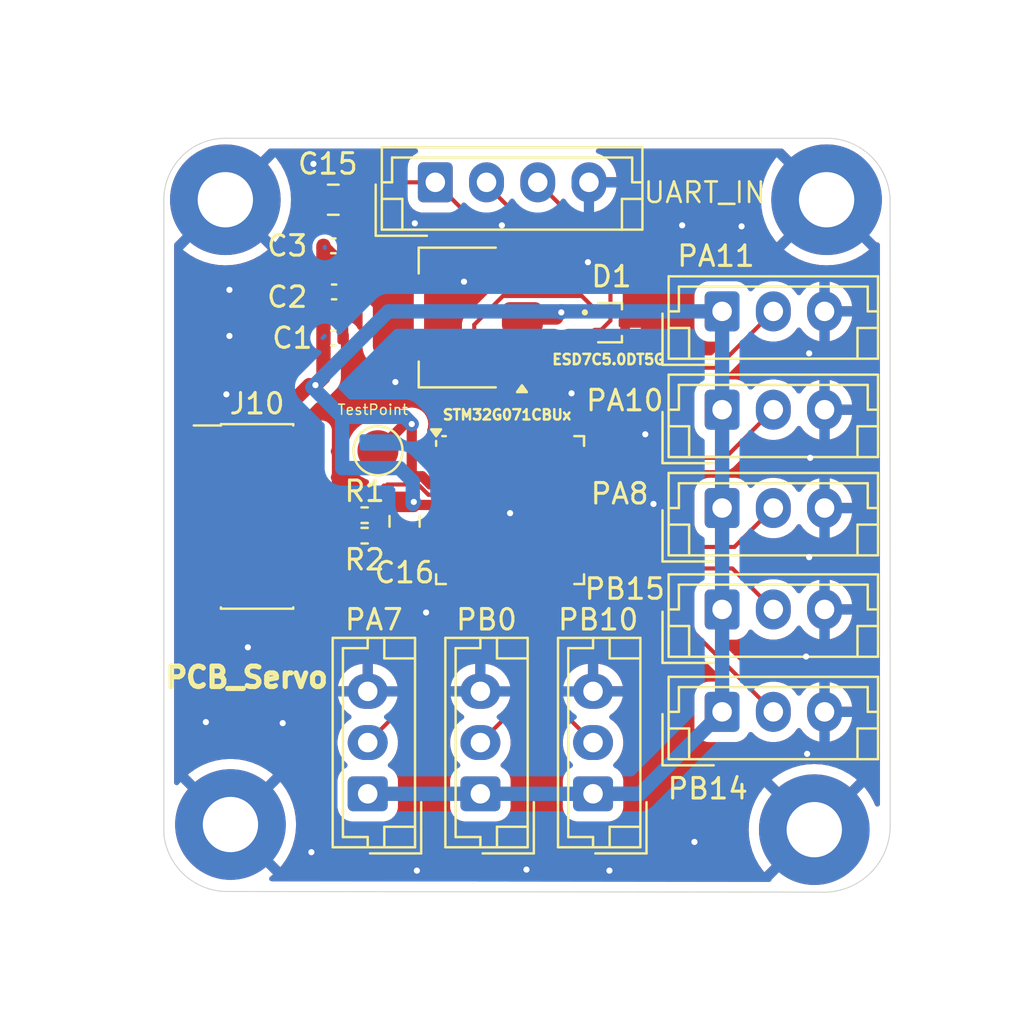
<source format=kicad_pcb>
(kicad_pcb (version 20240108) (generator "pcbnew") (generator_version "8.0")
  (layers (0 "F.Cu" signal) (31 "B.Cu" signal) (34 "B.Paste" user) (35 "F.Paste" user) (36 "B.SilkS" user "B.Silkscreen") (37 "F.SilkS" user "F.Silkscreen") (38 "B.Mask" user) (39 "F.Mask" user) (44 "Edge.Cuts" user))
  (net 0 "")
  (net 1 "GND")
  (net 2 "+3.3V")
  (net 3 "/RX")
  (net 4 "/TX")
  (net 5 "/PWM1")
  (net 6 "/PWM2")
  (net 7 "/PWM3")
  (net 8 "/PWM4")
  (net 9 "/PWM5")
  (net 10 "/PWM6")
  (net 11 "/PWM7")
  (net 12 "/PWM8")
  (net 13 "VBUS")
  (net 17 "/NRST")
  (net 21 "/SWCLK")
  (net 22 "/SWDIO")
  (net 23 "Net-(U1-VREF+)")
  (footprint "TestPoint:TestPoint_Pad_D2.0mm" (layer "F.Cu") (at 138.45 72)
    (property "Reference" "TP2" (hide yes))
    (property "Value" "TestPoint" (at -0.25 -2 0) (layer "F.SilkS") (effects (font (size 0.5 0.5) (thickness 0.07))))
    (fp_circle (center 0 0) (end 0 1.2) (stroke (width 0.12)) (fill none) (layer "F.SilkS"))
    (pad "1" smd circle (at 0 0) (size 2 2) (layers "F.Cu" "F.Mask") (net 2 "+3.3V"))
  )
  (footprint "MountingHole:MountingHole_2.7mm_M2.5_Pad" (layer "F.Cu") (at 131.25 90.25)
    (property "Reference" "H3" (hide yes))
    (property "Value" "MountingHole_Pad" (hide yes))
    (pad "1" thru_hole circle (at 0 0) (size 5.4 5.4) (drill 2.7) (layers "*.Cu" "*.Mask") (net 1 "GND"))
  )
  (footprint "Resistor_SMD:R_0402_1005Metric" (layer "F.Cu") (at 137.8 75.15)
    (property "Reference" "R1" (at 0 -1.17 0) (layer "F.SilkS"))
    (property "Value" "10k" (hide yes))
    (fp_line (start -0.153641 -0.38) (end 0.153641 -0.38) (stroke (width 0.12)) (layer "F.SilkS"))
    (fp_line (start -0.153641 0.38) (end 0.153641 0.38) (stroke (width 0.12)) (layer "F.SilkS"))
    (pad "1" smd roundrect (at -0.51 0) (size 0.54 0.64) (layers "F.Cu" "F.Paste" "F.Mask") (net 23 "Net-(U1-VREF+)"))
    (pad "2" smd roundrect (at 0.51 0) (size 0.54 0.64) (layers "F.Cu" "F.Paste" "F.Mask") (net 2 "+3.3V"))
  )
  (footprint "Connector_PinHeader_1.27mm:PinHeader_2x07_P1.27mm_Vertical_SMD" (layer "F.Cu") (at 132.55 75.21)
    (property "Reference" "J10" (at 0 -5.505 0) (layer "F.SilkS"))
    (property "Value" "Conn_ST_STDC14")
    (fp_line (start -3.09 -4.44) (end -1.765 -4.44) (stroke (width 0.12)) (layer "F.SilkS"))
    (fp_line (start -1.765 -4.505) (end -1.765 -4.44) (stroke (width 0.12)) (layer "F.SilkS"))
    (fp_line (start -1.765 -4.505) (end 1.765 -4.505) (stroke (width 0.12)) (layer "F.SilkS"))
    (fp_line (start -1.765 4.44) (end -1.765 4.505) (stroke (width 0.12)) (layer "F.SilkS"))
    (fp_line (start -1.765 4.505) (end 1.765 4.505) (stroke (width 0.12)) (layer "F.SilkS"))
    (fp_line (start 1.765 -4.505) (end 1.765 -4.44) (stroke (width 0.12)) (layer "F.SilkS"))
    (fp_line (start 1.765 4.44) (end 1.765 4.505) (stroke (width 0.12)) (layer "F.SilkS"))
    (pad "1" smd rect (at -1.95 -3.81) (size 2.4 0.74) (layers "F.Cu" "F.Paste" "F.Mask"))
    (pad "2" smd rect (at 1.95 -3.81) (size 2.4 0.74) (layers "F.Cu" "F.Paste" "F.Mask"))
    (pad "3" smd rect (at -1.95 -2.54) (size 2.4 0.74) (layers "F.Cu" "F.Paste" "F.Mask") (net 2 "+3.3V"))
    (pad "4" smd rect (at 1.95 -2.54) (size 2.4 0.74) (layers "F.Cu" "F.Paste" "F.Mask") (net 22 "/SWDIO"))
    (pad "5" smd rect (at -1.95 -1.27) (size 2.4 0.74) (layers "F.Cu" "F.Paste" "F.Mask") (net 1 "GND"))
    (pad "6" smd rect (at 1.95 -1.27) (size 2.4 0.74) (layers "F.Cu" "F.Paste" "F.Mask") (net 21 "/SWCLK"))
    (pad "7" smd rect (at -1.95 0) (size 2.4 0.74) (layers "F.Cu" "F.Paste" "F.Mask") (net 1 "GND"))
    (pad "8" smd rect (at 1.95 0) (size 2.4 0.74) (layers "F.Cu" "F.Paste" "F.Mask"))
    (pad "9" smd rect (at -1.95 1.27) (size 2.4 0.74) (layers "F.Cu" "F.Paste" "F.Mask"))
    (pad "10" smd rect (at 1.95 1.27) (size 2.4 0.74) (layers "F.Cu" "F.Paste" "F.Mask"))
    (pad "11" smd rect (at -1.95 2.54) (size 2.4 0.74) (layers "F.Cu" "F.Paste" "F.Mask") (net 1 "GND"))
    (pad "12" smd rect (at 1.95 2.54) (size 2.4 0.74) (layers "F.Cu" "F.Paste" "F.Mask") (net 17 "/NRST"))
    (pad "13" smd rect (at -1.95 3.81) (size 2.4 0.74) (layers "F.Cu" "F.Paste" "F.Mask"))
    (pad "14" smd rect (at 1.95 3.81) (size 2.4 0.74) (layers "F.Cu" "F.Paste" "F.Mask"))
  )
  (footprint "Connector_JST:JST_EH_B3B-EH-A_1x03_P2.50mm_Vertical" (layer "F.Cu") (at 155.25 70)
    (property "Reference" "PA10" (at -4.75 -0.45 0) (layer "F.SilkS"))
    (property "Value" "Conn_01x03_Pin" (hide yes))
    (fp_line (start -2.91 0.11) (end -2.91 2.61) (stroke (width 0.12)) (layer "F.SilkS"))
    (fp_line (start -2.91 2.61) (end -0.41 2.61) (stroke (width 0.12)) (layer "F.SilkS"))
    (fp_line (start -2.61 -1.71) (end -2.61 2.31) (stroke (width 0.12)) (layer "F.SilkS"))
    (fp_line (start -2.61 0) (end -2.11 0) (stroke (width 0.12)) (layer "F.SilkS"))
    (fp_line (start -2.61 0.81) (end -1.61 0.81) (stroke (width 0.12)) (layer "F.SilkS"))
    (fp_line (start -2.61 2.31) (end 7.61 2.31) (stroke (width 0.12)) (layer "F.SilkS"))
    (fp_line (start -2.11 -1.21) (end 7.11 -1.21) (stroke (width 0.12)) (layer "F.SilkS"))
    (fp_line (start -2.11 0) (end -2.11 -1.21) (stroke (width 0.12)) (layer "F.SilkS"))
    (fp_line (start -1.61 0.81) (end -1.61 2.31) (stroke (width 0.12)) (layer "F.SilkS"))
    (fp_line (start 6.61 0.81) (end 6.61 2.31) (stroke (width 0.12)) (layer "F.SilkS"))
    (fp_line (start 7.11 -1.21) (end 7.11 0) (stroke (width 0.12)) (layer "F.SilkS"))
    (fp_line (start 7.11 0) (end 7.61 0) (stroke (width 0.12)) (layer "F.SilkS"))
    (fp_line (start 7.61 -1.71) (end -2.61 -1.71) (stroke (width 0.12)) (layer "F.SilkS"))
    (fp_line (start 7.61 0.81) (end 6.61 0.81) (stroke (width 0.12)) (layer "F.SilkS"))
    (fp_line (start 7.61 2.31) (end 7.61 -1.71) (stroke (width 0.12)) (layer "F.SilkS"))
    (pad "1" thru_hole roundrect (at 0 0) (size 1.7 1.95) (drill 0.95) (layers "*.Cu" "*.Mask") (roundrect_rratio 0.147059) (net 2 "+3.3V"))
    (pad "2" thru_hole oval (at 2.5 0) (size 1.7 1.95) (drill 0.95) (layers "*.Cu" "*.Mask") (net 7 "/PWM3"))
    (pad "3" thru_hole oval (at 5 0) (size 1.7 1.95) (drill 0.95) (layers "*.Cu" "*.Mask") (net 1 "GND"))
  )
  (footprint "Capacitor_SMD:C_0402_1005Metric" (layer "F.Cu") (at 136.27 66.5)
    (property "Reference" "C1" (at -2 0 0) (layer "F.SilkS"))
    (property "Value" "4.7u" (hide yes))
    (fp_line (start -0.107836 -0.36) (end 0.107836 -0.36) (stroke (width 0.12)) (layer "F.SilkS"))
    (fp_line (start -0.107836 0.36) (end 0.107836 0.36) (stroke (width 0.12)) (layer "F.SilkS"))
    (pad "1" smd roundrect (at -0.48 0) (size 0.56 0.62) (layers "F.Cu" "F.Paste" "F.Mask") (net 2 "+3.3V"))
    (pad "2" smd roundrect (at 0.48 0) (size 0.56 0.62) (layers "F.Cu" "F.Paste" "F.Mask") (net 1 "GND"))
  )
  (footprint "Connector_JST:JST_EH_B3B-EH-A_1x03_P2.50mm_Vertical" (layer "F.Cu") (at 148.95 88.75 90)
    (property "Reference" "PB10" (at 8.5 0.25 180) (layer "F.SilkS"))
    (property "Value" "Conn_01x03_Pin" (hide yes))
    (fp_line (start 7.61 -1.71) (end -2.61 -1.71) (stroke (width 0.12)) (layer "F.SilkS"))
    (fp_line (start -2.61 -1.71) (end -2.61 2.31) (stroke (width 0.12)) (layer "F.SilkS"))
    (fp_line (start 7.11 -1.21) (end 7.11 0) (stroke (width 0.12)) (layer "F.SilkS"))
    (fp_line (start -2.11 -1.21) (end 7.11 -1.21) (stroke (width 0.12)) (layer "F.SilkS"))
    (fp_line (start 7.11 0) (end 7.61 0) (stroke (width 0.12)) (layer "F.SilkS"))
    (fp_line (start -2.11 0) (end -2.11 -1.21) (stroke (width 0.12)) (layer "F.SilkS"))
    (fp_line (start -2.61 0) (end -2.11 0) (stroke (width 0.12)) (layer "F.SilkS"))
    (fp_line (start -2.91 0.11) (end -2.91 2.61) (stroke (width 0.12)) (layer "F.SilkS"))
    (fp_line (start 7.61 0.81) (end 6.61 0.81) (stroke (width 0.12)) (layer "F.SilkS"))
    (fp_line (start 6.61 0.81) (end 6.61 2.31) (stroke (width 0.12)) (layer "F.SilkS"))
    (fp_line (start -1.61 0.81) (end -1.61 2.31) (stroke (width 0.12)) (layer "F.SilkS"))
    (fp_line (start -2.61 0.81) (end -1.61 0.81) (stroke (width 0.12)) (layer "F.SilkS"))
    (fp_line (start 7.61 2.31) (end 7.61 -1.71) (stroke (width 0.12)) (layer "F.SilkS"))
    (fp_line (start -2.61 2.31) (end 7.61 2.31) (stroke (width 0.12)) (layer "F.SilkS"))
    (fp_line (start -2.91 2.61) (end -0.41 2.61) (stroke (width 0.12)) (layer "F.SilkS"))
    (pad "1" thru_hole roundrect (at 0 0 90) (size 1.7 1.95) (drill 0.95) (layers "*.Cu" "*.Mask") (roundrect_rratio 0.147059) (net 2 "+3.3V"))
    (pad "2" thru_hole oval (at 2.5 0 90) (size 1.7 1.95) (drill 0.95) (layers "*.Cu" "*.Mask") (net 12 "/PWM8"))
    (pad "3" thru_hole oval (at 5 0 90) (size 1.7 1.95) (drill 0.95) (layers "*.Cu" "*.Mask") (net 1 "GND"))
  )
  (footprint "Resistor_SMD:R_0402_1005Metric" (layer "F.Cu") (at 137.8 76.15 180)
    (property "Reference" "R2" (at 0 -1.17 0) (layer "F.SilkS"))
    (property "Value" "10k" (hide yes))
    (fp_line (start -0.153641 0.38) (end 0.153641 0.38) (stroke (width 0.12)) (layer "F.SilkS"))
    (fp_line (start -0.153641 -0.38) (end 0.153641 -0.38) (stroke (width 0.12)) (layer "F.SilkS"))
    (pad "1" smd roundrect (at -0.51 0 180) (size 0.54 0.64) (layers "F.Cu" "F.Paste" "F.Mask") (net 1 "GND"))
    (pad "2" smd roundrect (at 0.51 0 180) (size 0.54 0.64) (layers "F.Cu" "F.Paste" "F.Mask") (net 23 "Net-(U1-VREF+)"))
  )
  (footprint "Connector_JST:JST_EH_B3B-EH-A_1x03_P2.50mm_Vertical" (layer "F.Cu") (at 137.95 88.75 90)
    (property "Reference" "PA7" (at 8.5 0.3 180) (layer "F.SilkS"))
    (property "Value" "Conn_01x03_Pin" (hide yes))
    (fp_line (start 7.61 -1.71) (end -2.61 -1.71) (stroke (width 0.12)) (layer "F.SilkS"))
    (fp_line (start -2.61 -1.71) (end -2.61 2.31) (stroke (width 0.12)) (layer "F.SilkS"))
    (fp_line (start 7.11 -1.21) (end 7.11 0) (stroke (width 0.12)) (layer "F.SilkS"))
    (fp_line (start -2.11 -1.21) (end 7.11 -1.21) (stroke (width 0.12)) (layer "F.SilkS"))
    (fp_line (start 7.11 0) (end 7.61 0) (stroke (width 0.12)) (layer "F.SilkS"))
    (fp_line (start -2.11 0) (end -2.11 -1.21) (stroke (width 0.12)) (layer "F.SilkS"))
    (fp_line (start -2.61 0) (end -2.11 0) (stroke (width 0.12)) (layer "F.SilkS"))
    (fp_line (start -2.91 0.11) (end -2.91 2.61) (stroke (width 0.12)) (layer "F.SilkS"))
    (fp_line (start 7.61 0.81) (end 6.61 0.81) (stroke (width 0.12)) (layer "F.SilkS"))
    (fp_line (start 6.61 0.81) (end 6.61 2.31) (stroke (width 0.12)) (layer "F.SilkS"))
    (fp_line (start -1.61 0.81) (end -1.61 2.31) (stroke (width 0.12)) (layer "F.SilkS"))
    (fp_line (start -2.61 0.81) (end -1.61 0.81) (stroke (width 0.12)) (layer "F.SilkS"))
    (fp_line (start 7.61 2.31) (end 7.61 -1.71) (stroke (width 0.12)) (layer "F.SilkS"))
    (fp_line (start -2.61 2.31) (end 7.61 2.31) (stroke (width 0.12)) (layer "F.SilkS"))
    (fp_line (start -2.91 2.61) (end -0.41 2.61) (stroke (width 0.12)) (layer "F.SilkS"))
    (pad "1" thru_hole roundrect (at 0 0 90) (size 1.7 1.95) (drill 0.95) (layers "*.Cu" "*.Mask") (roundrect_rratio 0.147059) (net 2 "+3.3V"))
    (pad "2" thru_hole oval (at 2.5 0 90) (size 1.7 1.95) (drill 0.95) (layers "*.Cu" "*.Mask") (net 9 "/PWM5"))
    (pad "3" thru_hole oval (at 5 0 90) (size 1.7 1.95) (drill 0.95) (layers "*.Cu" "*.Mask") (net 1 "GND"))
  )
  (footprint "Connector_JST:JST_EH_B3B-EH-A_1x03_P2.50mm_Vertical" (layer "F.Cu") (at 155.25 79.75)
    (property "Reference" "PB15" (at -4.75 -1 0) (layer "F.SilkS"))
    (property "Value" "Conn_01x03_Pin" (hide yes))
    (fp_line (start -2.91 0.11) (end -2.91 2.61) (stroke (width 0.12)) (layer "F.SilkS"))
    (fp_line (start -2.91 2.61) (end -0.41 2.61) (stroke (width 0.12)) (layer "F.SilkS"))
    (fp_line (start -2.61 -1.71) (end -2.61 2.31) (stroke (width 0.12)) (layer "F.SilkS"))
    (fp_line (start -2.61 0) (end -2.11 0) (stroke (width 0.12)) (layer "F.SilkS"))
    (fp_line (start -2.61 0.81) (end -1.61 0.81) (stroke (width 0.12)) (layer "F.SilkS"))
    (fp_line (start -2.61 2.31) (end 7.61 2.31) (stroke (width 0.12)) (layer "F.SilkS"))
    (fp_line (start -2.11 -1.21) (end 7.11 -1.21) (stroke (width 0.12)) (layer "F.SilkS"))
    (fp_line (start -2.11 0) (end -2.11 -1.21) (stroke (width 0.12)) (layer "F.SilkS"))
    (fp_line (start -1.61 0.81) (end -1.61 2.31) (stroke (width 0.12)) (layer "F.SilkS"))
    (fp_line (start 6.61 0.81) (end 6.61 2.31) (stroke (width 0.12)) (layer "F.SilkS"))
    (fp_line (start 7.11 -1.21) (end 7.11 0) (stroke (width 0.12)) (layer "F.SilkS"))
    (fp_line (start 7.11 0) (end 7.61 0) (stroke (width 0.12)) (layer "F.SilkS"))
    (fp_line (start 7.61 -1.71) (end -2.61 -1.71) (stroke (width 0.12)) (layer "F.SilkS"))
    (fp_line (start 7.61 0.81) (end 6.61 0.81) (stroke (width 0.12)) (layer "F.SilkS"))
    (fp_line (start 7.61 2.31) (end 7.61 -1.71) (stroke (width 0.12)) (layer "F.SilkS"))
    (pad "1" thru_hole roundrect (at 0 0) (size 1.7 1.95) (drill 0.95) (layers "*.Cu" "*.Mask") (roundrect_rratio 0.147059) (net 2 "+3.3V"))
    (pad "2" thru_hole oval (at 2.5 0) (size 1.7 1.95) (drill 0.95) (layers "*.Cu" "*.Mask") (net 11 "/PWM7"))
    (pad "3" thru_hole oval (at 5 0) (size 1.7 1.95) (drill 0.95) (layers "*.Cu" "*.Mask") (net 1 "GND"))
  )
  (footprint "Connector_JST:JST_EH_B3B-EH-A_1x03_P2.50mm_Vertical" (layer "F.Cu") (at 155.25 84.75)
    (property "Reference" "PB14" (at -0.7 3.75 0) (layer "F.SilkS"))
    (property "Value" "Conn_01x03_Pin" (hide yes))
    (fp_line (start -2.91 0.11) (end -2.91 2.61) (stroke (width 0.12)) (layer "F.SilkS"))
    (fp_line (start -2.91 2.61) (end -0.41 2.61) (stroke (width 0.12)) (layer "F.SilkS"))
    (fp_line (start -2.61 -1.71) (end -2.61 2.31) (stroke (width 0.12)) (layer "F.SilkS"))
    (fp_line (start -2.61 0) (end -2.11 0) (stroke (width 0.12)) (layer "F.SilkS"))
    (fp_line (start -2.61 0.81) (end -1.61 0.81) (stroke (width 0.12)) (layer "F.SilkS"))
    (fp_line (start -2.61 2.31) (end 7.61 2.31) (stroke (width 0.12)) (layer "F.SilkS"))
    (fp_line (start -2.11 -1.21) (end 7.11 -1.21) (stroke (width 0.12)) (layer "F.SilkS"))
    (fp_line (start -2.11 0) (end -2.11 -1.21) (stroke (width 0.12)) (layer "F.SilkS"))
    (fp_line (start -1.61 0.81) (end -1.61 2.31) (stroke (width 0.12)) (layer "F.SilkS"))
    (fp_line (start 6.61 0.81) (end 6.61 2.31) (stroke (width 0.12)) (layer "F.SilkS"))
    (fp_line (start 7.11 -1.21) (end 7.11 0) (stroke (width 0.12)) (layer "F.SilkS"))
    (fp_line (start 7.11 0) (end 7.61 0) (stroke (width 0.12)) (layer "F.SilkS"))
    (fp_line (start 7.61 -1.71) (end -2.61 -1.71) (stroke (width 0.12)) (layer "F.SilkS"))
    (fp_line (start 7.61 0.81) (end 6.61 0.81) (stroke (width 0.12)) (layer "F.SilkS"))
    (fp_line (start 7.61 2.31) (end 7.61 -1.71) (stroke (width 0.12)) (layer "F.SilkS"))
    (pad "1" thru_hole roundrect (at 0 0) (size 1.7 1.95) (drill 0.95) (layers "*.Cu" "*.Mask") (roundrect_rratio 0.147059) (net 2 "+3.3V"))
    (pad "2" thru_hole oval (at 2.5 0) (size 1.7 1.95) (drill 0.95) (layers "*.Cu" "*.Mask") (net 8 "/PWM4"))
    (pad "3" thru_hole oval (at 5 0) (size 1.7 1.95) (drill 0.95) (layers "*.Cu" "*.Mask") (net 1 "GND"))
  )
  (footprint "Connector_JST:JST_EH_B3B-EH-A_1x03_P2.50mm_Vertical" (layer "F.Cu") (at 155.25 65.2)
    (property "Reference" "PA11" (at -0.3 -2.7 0) (layer "F.SilkS"))
    (property "Value" "Conn_01x03_Pin" (hide yes))
    (fp_line (start -2.91 0.11) (end -2.91 2.61) (stroke (width 0.12)) (layer "F.SilkS"))
    (fp_line (start -2.91 2.61) (end -0.41 2.61) (stroke (width 0.12)) (layer "F.SilkS"))
    (fp_line (start -2.61 -1.71) (end -2.61 2.31) (stroke (width 0.12)) (layer "F.SilkS"))
    (fp_line (start -2.61 0) (end -2.11 0) (stroke (width 0.12)) (layer "F.SilkS"))
    (fp_line (start -2.61 0.81) (end -1.61 0.81) (stroke (width 0.12)) (layer "F.SilkS"))
    (fp_line (start -2.61 2.31) (end 7.61 2.31) (stroke (width 0.12)) (layer "F.SilkS"))
    (fp_line (start -2.11 -1.21) (end 7.11 -1.21) (stroke (width 0.12)) (layer "F.SilkS"))
    (fp_line (start -2.11 0) (end -2.11 -1.21) (stroke (width 0.12)) (layer "F.SilkS"))
    (fp_line (start -1.61 0.81) (end -1.61 2.31) (stroke (width 0.12)) (layer "F.SilkS"))
    (fp_line (start 6.61 0.81) (end 6.61 2.31) (stroke (width 0.12)) (layer "F.SilkS"))
    (fp_line (start 7.11 -1.21) (end 7.11 0) (stroke (width 0.12)) (layer "F.SilkS"))
    (fp_line (start 7.11 0) (end 7.61 0) (stroke (width 0.12)) (layer "F.SilkS"))
    (fp_line (start 7.61 -1.71) (end -2.61 -1.71) (stroke (width 0.12)) (layer "F.SilkS"))
    (fp_line (start 7.61 0.81) (end 6.61 0.81) (stroke (width 0.12)) (layer "F.SilkS"))
    (fp_line (start 7.61 2.31) (end 7.61 -1.71) (stroke (width 0.12)) (layer "F.SilkS"))
    (pad "1" thru_hole roundrect (at 0 0) (size 1.7 1.95) (drill 0.95) (layers "*.Cu" "*.Mask") (roundrect_rratio 0.147059) (net 2 "+3.3V"))
    (pad "2" thru_hole oval (at 2.5 0) (size 1.7 1.95) (drill 0.95) (layers "*.Cu" "*.Mask") (net 6 "/PWM2"))
    (pad "3" thru_hole oval (at 5 0) (size 1.7 1.95) (drill 0.95) (layers "*.Cu" "*.Mask") (net 1 "GND"))
  )
  (footprint "Connector_JST:JST_EH_B4B-EH-A_1x04_P2.50mm_Vertical" (layer "F.Cu") (at 141.25 58.9)
    (property "Reference" "J9" (hide yes))
    (property "Value" "UART_IN" (at 13.15 0.5 0) (layer "F.SilkS") (effects (font (thickness 0.125))))
    (fp_line (start -2.91 0.11) (end -2.91 2.61) (stroke (width 0.12)) (layer "F.SilkS"))
    (fp_line (start -2.91 2.61) (end -0.41 2.61) (stroke (width 0.12)) (layer "F.SilkS"))
    (fp_line (start -2.61 -1.71) (end -2.61 2.31) (stroke (width 0.12)) (layer "F.SilkS"))
    (fp_line (start -2.61 0) (end -2.11 0) (stroke (width 0.12)) (layer "F.SilkS"))
    (fp_line (start -2.61 0.81) (end -1.61 0.81) (stroke (width 0.12)) (layer "F.SilkS"))
    (fp_line (start -2.61 2.31) (end 10.11 2.31) (stroke (width 0.12)) (layer "F.SilkS"))
    (fp_line (start -2.11 -1.21) (end 9.61 -1.21) (stroke (width 0.12)) (layer "F.SilkS"))
    (fp_line (start -2.11 0) (end -2.11 -1.21) (stroke (width 0.12)) (layer "F.SilkS"))
    (fp_line (start -1.61 0.81) (end -1.61 2.31) (stroke (width 0.12)) (layer "F.SilkS"))
    (fp_line (start 9.11 0.81) (end 9.11 2.31) (stroke (width 0.12)) (layer "F.SilkS"))
    (fp_line (start 9.61 -1.21) (end 9.61 0) (stroke (width 0.12)) (layer "F.SilkS"))
    (fp_line (start 9.61 0) (end 10.11 0) (stroke (width 0.12)) (layer "F.SilkS"))
    (fp_line (start 10.11 -1.71) (end -2.61 -1.71) (stroke (width 0.12)) (layer "F.SilkS"))
    (fp_line (start 10.11 0.81) (end 9.11 0.81) (stroke (width 0.12)) (layer "F.SilkS"))
    (fp_line (start 10.11 2.31) (end 10.11 -1.71) (stroke (width 0.12)) (layer "F.SilkS"))
    (pad "1" thru_hole roundrect (at 0 0) (size 1.7 1.95) (drill 0.95) (layers "*.Cu" "*.Mask") (roundrect_rratio 0.147059) (net 13 "VBUS"))
    (pad "2" thru_hole oval (at 2.5 0) (size 1.7 1.95) (drill 0.95) (layers "*.Cu" "*.Mask") (net 3 "/RX"))
    (pad "3" thru_hole oval (at 5 0) (size 1.7 1.95) (drill 0.95) (layers "*.Cu" "*.Mask") (net 4 "/TX"))
    (pad "4" thru_hole oval (at 7.5 0) (size 1.7 1.95) (drill 0.95) (layers "*.Cu" "*.Mask") (net 1 "GND"))
  )
  (footprint "MountingHole:MountingHole_2.7mm_M2.5_Pad" (layer "F.Cu") (at 159.75 90.5)
    (property "Reference" "H4" (hide yes))
    (property "Value" "MountingHole_Pad" (hide yes))
    (pad "1" thru_hole circle (at 0 0) (size 5.4 5.4) (drill 2.7) (layers "*.Cu" "*.Mask") (net 1 "GND"))
  )
  (footprint "MountingHole:MountingHole_2.7mm_M2.5_Pad" (layer "F.Cu") (at 131 59.75)
    (property "Reference" "H1" (hide yes))
    (property "Value" "MountingHole_Pad" (hide yes))
    (pad "1" thru_hole circle (at 0 0) (size 5.4 5.4) (drill 2.7) (layers "*.Cu" "*.Mask") (net 1 "GND"))
  )
  (footprint "Package_TO_SOT_SMD:SOT-416" (layer "F.Cu") (at 149.85 65.75)
    (property "Reference" "D1" (at 0 -2.25 0) (layer "F.SilkS"))
    (property "Value" "ESD7C5.0DT5G" (at -0.15 1.8 0) (layer "F.SilkS") (effects (font (size 0.5 0.5) (thickness 0.125))))
    (fp_line (start 0.51 -0.96) (end -0.65 -0.96) (stroke (width 0.12)) (layer "F.SilkS"))
    (fp_line (start 0.51 -0.96) (end 0.51 -0.65) (stroke (width 0.12)) (layer "F.SilkS"))
    (fp_line (start 0.51 0.96) (end -0.65 0.96) (stroke (width 0.12)) (layer "F.SilkS"))
    (fp_line (start 0.51 0.96) (end 0.51 0.65) (stroke (width 0.12)) (layer "F.SilkS"))
    (fp_circle (center -1.3 -0.5) (end -1.15 -0.5) (fill solid) (layer "F.SilkS"))
    (pad "1" smd roundrect (at -0.65 -0.5) (size 0.6 0.5) (layers "F.Cu" "F.Paste" "F.Mask") (net 3 "/RX"))
    (pad "2" smd roundrect (at -0.65 0.5) (size 0.6 0.5) (layers "F.Cu" "F.Paste" "F.Mask") (net 4 "/TX"))
    (pad "3" smd roundrect (at 0.65 0) (size 0.6 0.5) (layers "F.Cu" "F.Paste" "F.Mask") (net 1 "GND"))
  )
  (footprint "Capacitor_SMD:C_0402_1005Metric" (layer "F.Cu") (at 136.31 64.25)
    (property "Reference" "C2" (at -2.29 0.25 0) (layer "F.SilkS"))
    (property "Value" "100n" (hide yes))
    (fp_line (start -0.107836 -0.36) (end 0.107836 -0.36) (stroke (width 0.12)) (layer "F.SilkS"))
    (fp_line (start -0.107836 0.36) (end 0.107836 0.36) (stroke (width 0.12)) (layer "F.SilkS"))
    (pad "1" smd roundrect (at -0.48 0) (size 0.56 0.62) (layers "F.Cu" "F.Paste" "F.Mask") (net 2 "+3.3V"))
    (pad "2" smd roundrect (at 0.48 0) (size 0.56 0.62) (layers "F.Cu" "F.Paste" "F.Mask") (net 1 "GND"))
  )
  (footprint "Connector_JST:JST_EH_B3B-EH-A_1x03_P2.50mm_Vertical" (layer "F.Cu") (at 143.45 88.75 90)
    (property "Reference" "PB0" (at 8.5 0.3 180) (layer "F.SilkS"))
    (property "Value" "Conn_01x03_Pin" (hide yes))
    (fp_line (start 7.61 -1.71) (end -2.61 -1.71) (stroke (width 0.12)) (layer "F.SilkS"))
    (fp_line (start -2.61 -1.71) (end -2.61 2.31) (stroke (width 0.12)) (layer "F.SilkS"))
    (fp_line (start 7.11 -1.21) (end 7.11 0) (stroke (width 0.12)) (layer "F.SilkS"))
    (fp_line (start -2.11 -1.21) (end 7.11 -1.21) (stroke (width 0.12)) (layer "F.SilkS"))
    (fp_line (start 7.11 0) (end 7.61 0) (stroke (width 0.12)) (layer "F.SilkS"))
    (fp_line (start -2.11 0) (end -2.11 -1.21) (stroke (width 0.12)) (layer "F.SilkS"))
    (fp_line (start -2.61 0) (end -2.11 0) (stroke (width 0.12)) (layer "F.SilkS"))
    (fp_line (start -2.91 0.11) (end -2.91 2.61) (stroke (width 0.12)) (layer "F.SilkS"))
    (fp_line (start 7.61 0.81) (end 6.61 0.81) (stroke (width 0.12)) (layer "F.SilkS"))
    (fp_line (start 6.61 0.81) (end 6.61 2.31) (stroke (width 0.12)) (layer "F.SilkS"))
    (fp_line (start -1.61 0.81) (end -1.61 2.31) (stroke (width 0.12)) (layer "F.SilkS"))
    (fp_line (start -2.61 0.81) (end -1.61 0.81) (stroke (width 0.12)) (layer "F.SilkS"))
    (fp_line (start 7.61 2.31) (end 7.61 -1.71) (stroke (width 0.12)) (layer "F.SilkS"))
    (fp_line (start -2.61 2.31) (end 7.61 2.31) (stroke (width 0.12)) (layer "F.SilkS"))
    (fp_line (start -2.91 2.61) (end -0.41 2.61) (stroke (width 0.12)) (layer "F.SilkS"))
    (pad "1" thru_hole roundrect (at 0 0 90) (size 1.7 1.95) (drill 0.95) (layers "*.Cu" "*.Mask") (roundrect_rratio 0.147059) (net 2 "+3.3V"))
    (pad "2" thru_hole oval (at 2.5 0 90) (size 1.7 1.95) (drill 0.95) (layers "*.Cu" "*.Mask") (net 10 "/PWM6"))
    (pad "3" thru_hole oval (at 5 0 90) (size 1.7 1.95) (drill 0.95) (layers "*.Cu" "*.Mask") (net 1 "GND"))
  )
  (footprint "Package_TO_SOT_SMD:SOT-223-3_TabPin2" (layer "F.Cu") (at 142.35 65.5 180)
    (property "Reference" "U5" (hide yes))
    (property "Value" "AZ1117-3.3")
    (fp_line (start 1.91 3.41) (end 1.91 2.15) (stroke (width 0.12)) (layer "F.SilkS"))
    (fp_line (start 1.91 -3.41) (end 1.91 -2.15) (stroke (width 0.12)) (layer "F.SilkS"))
    (fp_line (start -1.85 3.41) (end 1.91 3.41) (stroke (width 0.12)) (layer "F.SilkS"))
    (fp_line (start -1.85 -3.41) (end 1.91 -3.41) (stroke (width 0.12)) (layer "F.SilkS"))
    (fp_poly (pts (xy -3.13 -3.31) (xy -3.37 -3.64) (xy -2.89 -3.64) (xy -3.13 -3.31)) (stroke (width 0.12)) (fill solid) (layer "F.SilkS"))
    (pad "1" smd roundrect (at -3.15 -2.3 180) (size 2 1.5) (layers "F.Cu" "F.Paste" "F.Mask") (net 1 "GND"))
    (pad "2" smd roundrect (at -3.15 0 180) (size 2 1.5) (layers "F.Cu" "F.Paste" "F.Mask") (net 2 "+3.3V"))
    (pad "2" smd roundrect (at 3.15 0 180) (size 2 3.8) (layers "F.Cu" "F.Paste" "F.Mask") (net 2 "+3.3V"))
    (pad "3" smd roundrect (at -3.15 2.3 180) (size 2 1.5) (layers "F.Cu" "F.Paste" "F.Mask") (net 13 "VBUS"))
  )
  (footprint "MountingHole:MountingHole_2.7mm_M2.5_Pad" (layer "F.Cu") (at 160.35 59.75)
    (property "Reference" "H2" (hide yes))
    (property "Value" "MountingHole_Pad" (hide yes))
    (pad "1" thru_hole circle (at 0 0) (size 5.4 5.4) (drill 2.7) (layers "*.Cu" "*.Mask") (net 1 "GND"))
  )
  (footprint "Capacitor_SMD:C_0402_1005Metric" (layer "F.Cu") (at 136.27 62)
    (property "Reference" "C3" (at -2.25 0 0) (layer "F.SilkS"))
    (property "Value" "100n" (hide yes))
    (fp_line (start -0.107836 -0.36) (end 0.107836 -0.36) (stroke (width 0.12)) (layer "F.SilkS"))
    (fp_line (start -0.107836 0.36) (end 0.107836 0.36) (stroke (width 0.12)) (layer "F.SilkS"))
    (pad "1" smd roundrect (at -0.48 0) (size 0.56 0.62) (layers "F.Cu" "F.Paste" "F.Mask") (net 2 "+3.3V"))
    (pad "2" smd roundrect (at 0.48 0) (size 0.56 0.62) (layers "F.Cu" "F.Paste" "F.Mask") (net 1 "GND"))
  )
  (footprint "Connector_JST:JST_EH_B3B-EH-A_1x03_P2.50mm_Vertical" (layer "F.Cu") (at 155.25 74.8)
    (property "Reference" "PA8" (at -5 -0.7 0) (layer "F.SilkS"))
    (property "Value" "Conn_01x03_Pin" (hide yes))
    (fp_line (start -2.91 0.11) (end -2.91 2.61) (stroke (width 0.12)) (layer "F.SilkS"))
    (fp_line (start -2.91 2.61) (end -0.41 2.61) (stroke (width 0.12)) (layer "F.SilkS"))
    (fp_line (start -2.61 -1.71) (end -2.61 2.31) (stroke (width 0.12)) (layer "F.SilkS"))
    (fp_line (start -2.61 0) (end -2.11 0) (stroke (width 0.12)) (layer "F.SilkS"))
    (fp_line (start -2.61 0.81) (end -1.61 0.81) (stroke (width 0.12)) (layer "F.SilkS"))
    (fp_line (start -2.61 2.31) (end 7.61 2.31) (stroke (width 0.12)) (layer "F.SilkS"))
    (fp_line (start -2.11 -1.21) (end 7.11 -1.21) (stroke (width 0.12)) (layer "F.SilkS"))
    (fp_line (start -2.11 0) (end -2.11 -1.21) (stroke (width 0.12)) (layer "F.SilkS"))
    (fp_line (start -1.61 0.81) (end -1.61 2.31) (stroke (width 0.12)) (layer "F.SilkS"))
    (fp_line (start 6.61 0.81) (end 6.61 2.31) (stroke (width 0.12)) (layer "F.SilkS"))
    (fp_line (start 7.11 -1.21) (end 7.11 0) (stroke (width 0.12)) (layer "F.SilkS"))
    (fp_line (start 7.11 0) (end 7.61 0) (stroke (width 0.12)) (layer "F.SilkS"))
    (fp_line (start 7.61 -1.71) (end -2.61 -1.71) (stroke (width 0.12)) (layer "F.SilkS"))
    (fp_line (start 7.61 0.81) (end 6.61 0.81) (stroke (width 0.12)) (layer "F.SilkS"))
    (fp_line (start 7.61 2.31) (end 7.61 -1.71) (stroke (width 0.12)) (layer "F.SilkS"))
    (pad "1" thru_hole roundrect (at 0 0) (size 1.7 1.95) (drill 0.95) (layers "*.Cu" "*.Mask") (roundrect_rratio 0.147059) (net 2 "+3.3V"))
    (pad "2" thru_hole oval (at 2.5 0) (size 1.7 1.95) (drill 0.95) (layers "*.Cu" "*.Mask") (net 5 "/PWM1"))
    (pad "3" thru_hole oval (at 5 0) (size 1.7 1.95) (drill 0.95) (layers "*.Cu" "*.Mask") (net 1 "GND"))
  )
  (footprint "Capacitor_SMD:C_0805_2012Metric" (layer "F.Cu") (at 139.75 75.45 -90)
    (property "Reference" "C16" (at 2.5 0 180) (layer "F.SilkS"))
    (property "Value" "22u" (hide yes))
    (fp_line (start -0.261252 0.735) (end 0.261252 0.735) (stroke (width 0.12)) (layer "F.SilkS"))
    (fp_line (start -0.261252 -0.735) (end 0.261252 -0.735) (stroke (width 0.12)) (layer "F.SilkS"))
    (pad "1" smd roundrect (at -0.95 0 270) (size 1 1.45) (layers "F.Cu" "F.Paste" "F.Mask") (net 2 "+3.3V"))
    (pad "2" smd roundrect (at 0.95 0 270) (size 1 1.45) (layers "F.Cu" "F.Paste" "F.Mask") (net 1 "GND"))
  )
  (footprint "Package_DFN_QFN:QFN-48-1EP_7x7mm_P0.5mm_EP5.6x5.6mm" (layer "F.Cu") (at 144.9 74.9)
    (property "Reference" "U1" (hide yes))
    (property "Value" "STM32G071CBUx" (at -0.15 -4.65 0) (layer "F.SilkS") (effects (font (size 0.5 0.5) (thickness 0.125))))
    (fp_line (start -3.61 -3.135) (end -3.61 -3.37) (stroke (width 0.12)) (layer "F.SilkS"))
    (fp_line (start -3.61 3.61) (end -3.61 3.135) (stroke (width 0.12)) (layer "F.SilkS"))
    (fp_line (start -3.135 -3.61) (end -3.31 -3.61) (stroke (width 0.12)) (layer "F.SilkS"))
    (fp_line (start -3.135 3.61) (end -3.61 3.61) (stroke (width 0.12)) (layer "F.SilkS"))
    (fp_line (start 3.135 -3.61) (end 3.61 -3.61) (stroke (width 0.12)) (layer "F.SilkS"))
    (fp_line (start 3.135 3.61) (end 3.61 3.61) (stroke (width 0.12)) (layer "F.SilkS"))
    (fp_line (start 3.61 -3.61) (end 3.61 -3.135) (stroke (width 0.12)) (layer "F.SilkS"))
    (fp_line (start 3.61 3.61) (end 3.61 3.135) (stroke (width 0.12)) (layer "F.SilkS"))
    (fp_poly (pts (xy -3.61 -3.61) (xy -3.85 -3.94) (xy -3.37 -3.94) (xy -3.61 -3.61)) (stroke (width 0.12)) (fill solid) (layer "F.SilkS"))
    (pad "1" smd roundrect (at -3.4375 -2.75) (size 0.875 0.25) (layers "F.Cu" "F.Paste" "F.Mask"))
    (pad "2" smd roundrect (at -3.4375 -2.25) (size 0.875 0.25) (layers "F.Cu" "F.Paste" "F.Mask"))
    (pad "3" smd roundrect (at -3.4375 -1.75) (size 0.875 0.25) (layers "F.Cu" "F.Paste" "F.Mask"))
    (pad "4" smd roundrect (at -3.4375 -1.25) (size 0.875 0.25) (layers "F.Cu" "F.Paste" "F.Mask") (net 2 "+3.3V"))
    (pad "5" smd roundrect (at -3.4375 -0.75) (size 0.875 0.25) (layers "F.Cu" "F.Paste" "F.Mask") (net 23 "Net-(U1-VREF+)"))
    (pad "6" smd roundrect (at -3.4375 -0.25) (size 0.875 0.25) (layers "F.Cu" "F.Paste" "F.Mask") (net 2 "+3.3V"))
    (pad "7" smd roundrect (at -3.4375 0.25) (size 0.875 0.25) (layers "F.Cu" "F.Paste" "F.Mask") (net 1 "GND"))
    (pad "8" smd roundrect (at -3.4375 0.75) (size 0.875 0.25) (layers "F.Cu" "F.Paste" "F.Mask"))
    (pad "9" smd roundrect (at -3.4375 1.25) (size 0.875 0.25) (layers "F.Cu" "F.Paste" "F.Mask"))
    (pad "10" smd roundrect (at -3.4375 1.75) (size 0.875 0.25) (layers "F.Cu" "F.Paste" "F.Mask") (net 17 "/NRST"))
    (pad "11" smd roundrect (at -3.4375 2.25) (size 0.875 0.25) (layers "F.Cu" "F.Paste" "F.Mask"))
    (pad "12" smd roundrect (at -3.4375 2.75) (size 0.875 0.25) (layers "F.Cu" "F.Paste" "F.Mask"))
    (pad "13" smd roundrect (at -2.75 3.4375) (size 0.25 0.875) (layers "F.Cu" "F.Paste" "F.Mask"))
    (pad "14" smd roundrect (at -2.25 3.4375) (size 0.25 0.875) (layers "F.Cu" "F.Paste" "F.Mask"))
    (pad "15" smd roundrect (at -1.75 3.4375) (size 0.25 0.875) (layers "F.Cu" "F.Paste" "F.Mask"))
    (pad "16" smd roundrect (at -1.25 3.4375) (size 0.25 0.875) (layers "F.Cu" "F.Paste" "F.Mask"))
    (pad "17" smd roundrect (at -0.75 3.4375) (size 0.25 0.875) (layers "F.Cu" "F.Paste" "F.Mask"))
    (pad "18" smd roundrect (at -0.25 3.4375) (size 0.25 0.875) (layers "F.Cu" "F.Paste" "F.Mask") (net 9 "/PWM5"))
    (pad "19" smd roundrect (at 0.25 3.4375) (size 0.25 0.875) (layers "F.Cu" "F.Paste" "F.Mask") (net 10 "/PWM6"))
    (pad "20" smd roundrect (at 0.75 3.4375) (size 0.25 0.875) (layers "F.Cu" "F.Paste" "F.Mask"))
    (pad "21" smd roundrect (at 1.25 3.4375) (size 0.25 0.875) (layers "F.Cu" "F.Paste" "F.Mask"))
    (pad "22" smd roundrect (at 1.75 3.4375) (size 0.25 0.875) (layers "F.Cu" "F.Paste" "F.Mask") (net 12 "/PWM8"))
    (pad "23" smd roundrect (at 2.25 3.4375) (size 0.25 0.875) (layers "F.Cu" "F.Paste" "F.Mask"))
    (pad "24" smd roundrect (at 2.75 3.4375) (size 0.25 0.875) (layers "F.Cu" "F.Paste" "F.Mask"))
    (pad "25" smd roundrect (at 3.4375 2.75) (size 0.875 0.25) (layers "F.Cu" "F.Paste" "F.Mask"))
    (pad "26" smd roundrect (at 3.4375 2.25) (size 0.875 0.25) (layers "F.Cu" "F.Paste" "F.Mask") (net 8 "/PWM4"))
    (pad "27" smd roundrect (at 3.4375 1.75) (size 0.875 0.25) (layers "F.Cu" "F.Paste" "F.Mask") (net 11 "/PWM7"))
    (pad "28" smd roundrect (at 3.4375 1.25) (size 0.875 0.25) (layers "F.Cu" "F.Paste" "F.Mask") (net 5 "/PWM1"))
    (pad "29" smd roundrect (at 3.4375 0.75) (size 0.875 0.25) (layers "F.Cu" "F.Paste" "F.Mask"))
    (pad "30" smd roundrect (at 3.4375 0.25) (size 0.875 0.25) (layers "F.Cu" "F.Paste" "F.Mask"))
    (pad "31" smd roundrect (at 3.4375 -0.25) (size 0.875 0.25) (layers "F.Cu" "F.Paste" "F.Mask"))
    (pad "32" smd roundrect (at 3.4375 -0.75) (size 0.875 0.25) (layers "F.Cu" "F.Paste" "F.Mask") (net 7 "/PWM3"))
    (pad "33" smd roundrect (at 3.4375 -1.25) (size 0.875 0.25) (layers "F.Cu" "F.Paste" "F.Mask") (net 6 "/PWM2"))
    (pad "34" smd roundrect (at 3.4375 -1.75) (size 0.875 0.25) (layers "F.Cu" "F.Paste" "F.Mask"))
    (pad "35" smd roundrect (at 3.4375 -2.25) (size 0.875 0.25) (layers "F.Cu" "F.Paste" "F.Mask") (net 22 "/SWDIO"))
    (pad "36" smd roundrect (at 3.4375 -2.75) (size 0.875 0.25) (layers "F.Cu" "F.Paste" "F.Mask") (net 21 "/SWCLK"))
    (pad "37" smd roundrect (at 2.75 -3.4375) (size 0.25 0.875) (layers "F.Cu" "F.Paste" "F.Mask"))
    (pad "38" smd roundrect (at 2.25 -3.4375) (size 0.25 0.875) (layers "F.Cu" "F.Paste" "F.Mask"))
    (pad "39" smd roundrect (at 1.75 -3.4375) (size 0.25 0.875) (layers "F.Cu" "F.Paste" "F.Mask"))
    (pad "40" smd roundrect (at 1.25 -3.4375) (size 0.25 0.875) (layers "F.Cu" "F.Paste" "F.Mask"))
    (pad "41" smd roundrect (at 0.75 -3.4375) (size 0.25 0.875) (layers "F.Cu" "F.Paste" "F.Mask"))
    (pad "42" smd roundrect (at 0.25 -3.4375) (size 0.25 0.875) (layers "F.Cu" "F.Paste" "F.Mask"))
    (pad "43" smd roundrect (at -0.25 -3.4375) (size 0.25 0.875) (layers "F.Cu" "F.Paste" "F.Mask"))
    (pad "44" smd roundrect (at -0.75 -3.4375) (size 0.25 0.875) (layers "F.Cu" "F.Paste" "F.Mask"))
    (pad "45" smd roundrect (at -1.25 -3.4375) (size 0.25 0.875) (layers "F.Cu" "F.Paste" "F.Mask") (net 4 "/TX"))
    (pad "46" smd roundrect (at -1.75 -3.4375) (size 0.25 0.875) (layers "F.Cu" "F.Paste" "F.Mask") (net 3 "/RX"))
    (pad "47" smd roundrect (at -2.25 -3.4375) (size 0.25 0.875) (layers "F.Cu" "F.Paste" "F.Mask"))
    (pad "48" smd roundrect (at -2.75 -3.4375) (size 0.25 0.875) (layers "F.Cu" "F.Paste" "F.Mask"))
    (pad "49" smd rect (at 0 0) (size 5.6 5.6) (property pad_prop_heatsink) (layers "F.Cu" "F.Mask") (net 1 "GND"))
  )
  (footprint "Capacitor_SMD:C_0805_2012Metric" (layer "F.Cu") (at 136.27 59.75 180)
    (property "Reference" "C15" (at 0.27 1.75 0) (layer "F.SilkS"))
    (property "Value" "10u" (hide yes))
    (fp_line (start -0.261252 0.735) (end 0.261252 0.735) (stroke (width 0.12)) (layer "F.SilkS"))
    (fp_line (start -0.261252 -0.735) (end 0.261252 -0.735) (stroke (width 0.12)) (layer "F.SilkS"))
    (pad "1" smd roundrect (at -0.95 0 180) (size 1 1.45) (layers "F.Cu" "F.Paste" "F.Mask") (net 13 "VBUS"))
    (pad "2" smd roundrect (at 0.95 0 180) (size 1 1.45) (layers "F.Cu" "F.Paste" "F.Mask") (net 1 "GND"))
  )
  (gr_arc (start 160.5 56.750001) (mid 162.544595 57.655405) (end 163.449999 59.7) (stroke (width 0.05)) (layer "Edge.Cuts"))
  (gr_arc (start 131.053443 93.519348) (mid 129.004164 92.710838) (end 128 90.75) (stroke (width 0.05)) (layer "Edge.Cuts"))
  (gr_line (start 128 59.75) (end 128 90.75) (stroke (width 0.05)) (layer "Edge.Cuts"))
  (gr_line (start 163.456148 90.3) (end 163.45 59.7) (stroke (width 0.05)) (layer "Edge.Cuts"))
  (gr_arc (start 163.456148 90.3) (mid 162.430613 92.672101) (end 160 93.55) (stroke (width 0.05)) (layer "Edge.Cuts"))
  (gr_arc (start 128 59.75) (mid 128.87868 57.62868) (end 131 56.75) (stroke (width 0.05)) (layer "Edge.Cuts"))
  (gr_line (start 160.5 56.75) (end 131 56.75) (stroke (width 0.05)) (layer "Edge.Cuts"))
  (gr_line (start 131.053443 93.519348) (end 160 93.55) (stroke (width 0.05)) (layer "Edge.Cuts"))
  (gr_text "PCB_Servo\n" (at 127.95 83.65 0) (layer "F.SilkS") (effects (font (size 1 1) (thickness 0.25) (bold yes)) (justify left bottom)))
  (segment (start 136.79 62.04) (end 136.75 62) (width 0.2) (layer "F.Cu") (net 1))
  (segment (start 139.75 76.160614) (end 139.75 76.2) (width 0.2) (layer "F.Cu") (net 1))
  (segment (start 130.6 73.94) (end 130.6 75.21) (width 0.2) (layer "F.Cu") (net 1))
  (segment (start 130.6 77.75) (end 131.43 77.75) (width 0.2) (layer "F.Cu") (net 1))
  (segment (start 136.75 64.29) (end 136.79 64.25) (width 0.2) (layer "F.Cu") (net 1))
  (segment (start 139.7 76.25) (end 139.75 76.2) (width 0.2) (layer "F.Cu") (net 1))
  (segment (start 131.5 75.21) (end 130.6 75.21) (width 0.2) (layer "F.Cu") (net 1))
  (segment (start 142.45 75.15) (end 142.55 75.25) (width 0.2) (layer "F.Cu") (net 1))
  (via (at 159.55 72.35) (size 0.6) (drill 0.3) (layers "F.Cu" "B.Cu") (net 1))
  (via (at 130.05 85.25) (size 0.6) (drill 0.3) (layers "F.Cu" "B.Cu") (net 1))
  (via (at 153.9 91.1) (size 0.6) (drill 0.3) (layers "F.Cu" "B.Cu") (net 1))
  (via (at 159.35 82.05) (size 0.6) (drill 0.3) (layers "F.Cu" "B.Cu") (net 1))
  (via (at 151.9 74.6) (size 0.6) (drill 0.3) (layers "F.Cu" "B.Cu") (net 1))
  (via (at 135.3 58) (size 0.6) (drill 0.3) (layers "F.Cu" "B.Cu") (net 1))
  (via (at 140.35 92.5) (size 0.6) (drill 0.3) (layers "F.Cu" "B.Cu") (net 1))
  (via (at 139.3 68.65) (size 0.6) (drill 0.3) (layers "F.Cu" "B.Cu") (net 1))
  (via (at 159.4 86.8) (size 0.6) (drill 0.3) (layers "F.Cu" "B.Cu") (net 1))
  (via (at 159.5 67.25) (size 0.6) (drill 0.3) (layers "F.Cu" "B.Cu") (net 1))
  (via (at 145.7 92.45) (size 0.6) (drill 0.3) (layers "F.Cu" "B.Cu") (net 1))
  (via (at 148.7 62.8) (size 0.6) (drill 0.3) (layers "F.Cu" "B.Cu") (net 1))
  (via (at 144.5 61) (size 0.6) (drill 0.3) (layers "F.Cu" "B.Cu") (net 1))
  (via (at 156.2 61.05) (size 0.6) (drill 0.3) (layers "F.Cu" "B.Cu") (net 1))
  (via (at 142.65 63.75) (size 0.6) (drill 0.3) (layers "F.Cu" "B.Cu") (net 1))
  (via (at 147.9 69.2) (size 0.6) (drill 0.3) (layers "F.Cu" "B.Cu") (net 1))
  (via (at 131.2 64.15) (size 0.6) (drill 0.3) (layers "F.Cu" "B.Cu") (net 1))
  (via (at 140.8 79.9) (size 0.6) (drill 0.3) (layers "F.Cu" "B.Cu") (net 1))
  (via (at 133.8 85.3) (size 0.6) (drill 0.3) (layers "F.Cu" "B.Cu") (net 1))
  (via (at 131.2 66.4) (size 0.6) (drill 0.3) (layers "F.Cu" "B.Cu") (net 1))
  (via (at 159.5 77.2) (size 0.6) (drill 0.3) (layers "F.Cu" "B.Cu") (net 1))
  (via (at 140.25 60.9) (size 0.6) (drill 0.3) (layers "F.Cu" "B.Cu") (net 1))
  (via (at 135.2 91.6) (size 0.6) (drill 0.3) (layers "F.Cu" "B.Cu") (net 1))
  (via (at 151.5 71.2) (size 0.6) (drill 0.3) (layers "F.Cu" "B.Cu") (net 1))
  (via (at 144.9 75.05) (size 0.6) (drill 0.3) (layers "F.Cu" "B.Cu") (net 1))
  (via (at 149.75 92.5) (size 0.6) (drill 0.3) (layers "F.Cu" "B.Cu") (net 1))
  (via (at 132.1 81.6) (size 0.6) (drill 0.3) (layers "F.Cu" "B.Cu") (net 1))
  (via (at 153.3 61) (size 0.6) (drill 0.3) (layers "F.Cu" "B.Cu") (net 1))
  (via (at 131.05 69.25) (size 0.6) (drill 0.3) (layers "F.Cu" "B.Cu") (net 1))
  (segment (start 141.010614 73.65) (end 140.610614 73.25) (width 0.5) (layer "F.Cu") (net 2))
  (segment (start 130.6 72.67) (end 131.43 72.67) (width 0.2) (layer "F.Cu") (net 2))
  (segment (start 131.43 72.67) (end 132.95 71.15) (width 0.7) (layer "F.Cu") (net 2))
  (segment (start 132.95 71.15) (end 132.95 70.95) (width 0.7) (layer "F.Cu") (net 2))
  (segment (start 140.1 70.7) (end 139.75 70.7) (width 0.5) (layer "F.Cu") (net 2))
  (segment (start 135.79 62) (end 135.79 68.41) (width 0.7) (layer "F.Cu") (net 2))
  (segment (start 140.35 74.65) (end 140.2 74.5) (width 0.2) (layer "F.Cu") (net 2))
  (segment (start 135.1 68.8) (end 135.4 68.8) (width 0.2) (layer "F.Cu") (net 2))
  (segment (start 141.4625 73.65) (end 140.97543 73.65) (width 0.2) (layer "F.Cu") (net 2))
  (segment (start 145.5 65.5) (end 147.15 65.5) (width 0.7) (layer "F.Cu") (net 2))
  (segment (start 141.4625 74.65) (end 140.35 74.65) (width 0.5) (layer "F.Cu") (net 2))
  (segment (start 147.15 65.5) (end 147.4 65.25) (width 0.2) (layer "F.Cu") (net 2))
  (segment (start 135.79 68.41) (end 135.4 68.8) (width 0.7) (layer "F.Cu") (net 2))
  (segment (start 141.4625 73.65) (end 141.010614 73.65) (width 0.5) (layer "F.Cu") (net 2))
  (segment (start 139.75 70.7) (end 138.45 72) (width 0.5) (layer "F.Cu") (net 2))
  (segment (start 140.2 74.5) (end 138.96 74.5) (width 0.7) (layer "F.Cu") (net 2))
  (segment (start 140.610614 73.25) (end 140.25 73.25) (width 0.5) (layer "F.Cu") (net 2))
  (segment (start 132.95 70.95) (end 135.1 68.8) (width 0.7) (layer "F.Cu") (net 2))
  (segment (start 138.96 74.5) (end 138.31 75.15) (width 0.7) (layer "F.Cu") (net 2))
  (segment (start 135.79 62) (end 135.79 62.09) (width 0.2) (layer "F.Cu") (net 2))
  (segment (start 135.79 62.09) (end 139.2 65.5) (width 0.7) (layer "F.Cu") (net 2))
  (segment (start 140.25 73.25) (end 140.1 73.1) (width 0.5) (layer "F.Cu") (net 2))
  (segment (start 140.1 73.1) (end 140.1 70.7) (width 0.5) (layer "F.Cu") (net 2))
  (via (at 140.2 74.5) (size 0.6) (drill 0.3) (layers "F.Cu" "B.Cu") (net 2))
  (via (at 135.4 68.8) (size 0.6) (drill 0.3) (layers "F.Cu" "B.Cu") (net 2))
  (via (at 147.4 65.25) (size 0.6) (drill 0.3) (layers "F.Cu" "B.Cu") (net 2))
  (via (at 140.1 70.7) (size 0.6) (drill 0.3) (layers "F.Cu" "B.Cu") (net 2))
  (segment (start 147.45 65.2) (end 147.4 65.25) (width 0.7) (layer "B.Cu") (net 2))
  (segment (start 155.25 68.6) (end 155.25 84.75) (width 0.7) (layer "B.Cu") (net 2))
  (segment (start 148.95 88.75) (end 151.05 88.75) (width 0.7) (layer "B.Cu") (net 2))
  (segment (start 135.25 68.9) (end 136.7 70.35) (width 0.7) (layer "B.Cu") (net 2))
  (segment (start 140.15 74.45) (end 140.2 74.5) (width 0.7) (layer "B.Cu") (net 2))
  (segment (start 151.25 88.75) (end 155.25 84.75) (width 0.7) (layer "B.Cu") (net 2))
  (segment (start 151.05 88.75) (end 151.25 88.75) (width 0.2) (layer "B.Cu") (net 2))
  (segment (start 147.35 65.2) (end 138.95 65.2) (width 0.7) (layer "B.Cu") (net 2))
  (segment (start 135.85 66.4) (end 135.75 66.5) (width 0.2) (layer "B.Cu") (net 2))
  (segment (start 136.7 72.85) (end 139.5 72.85) (width 0.7) (layer "B.Cu") (net 2))
  (segment (start 155.25 65.2) (end 147.45 65.2) (width 0.7) (layer "B.Cu") (net 2))
  (segment (start 135.4 68.75) (end 135.4 68.8) (width 0.7) (layer "B.Cu") (net 2))
  (segment (start 155.25 68.6) (end 155.25 65.2) (width 0.7) (layer "B.Cu") (net 2))
  (segment (start 137.95 88.75) (end 147.45 88.75) (width 0.7) (layer "B.Cu") (net 2))
  (segment (start 135.85 62.1) (end 135.85 62.05) (width 0.2) (layer "B.Cu") (net 2))
  (segment (start 139.5 72.85) (end 140.15 73.5) (width 0.7) (layer "B.Cu") (net 2))
  (segment (start 155.25 70) (end 155.25 68.6) (width 0.2) (layer "B.Cu") (net 2))
  (segment (start 136.7 70.35) (end 139.75 70.35) (width 0.7) (layer "B.Cu") (net 2))
  (segment (start 140.15 73.5) (end 140.15 74.45) (width 0.7) (layer "B.Cu") (net 2))
  (segment (start 136.7 70.35) (end 136.7 72.85) (width 0.7) (layer "B.Cu") (net 2))
  (segment (start 147.45 88.75) (end 151.05 88.75) (width 0.7) (layer "B.Cu") (net 2))
  (segment (start 139.75 70.35) (end 140.1 70.7) (width 0.7) (layer "B.Cu") (net 2))
  (segment (start 140.15 74.55) (end 140.15 74.6) (width 0.7) (layer "B.Cu") (net 2))
  (segment (start 140.2 74.5) (end 140.15 74.55) (width 0.7) (layer "B.Cu") (net 2))
  (segment (start 147.4 65.25) (end 147.35 65.2) (width 0.7) (layer "B.Cu") (net 2))
  (segment (start 147.45 88.75) (end 148.95 88.75) (width 0.2) (layer "B.Cu") (net 2))
  (segment (start 138.95 65.2) (end 135.4 68.75) (width 0.7) (layer "B.Cu") (net 2))
  (segment (start 135.4 68.8) (end 135.35 68.8) (width 0.7) (layer "B.Cu") (net 2))
  (segment (start 135.35 68.8) (end 135.25 68.9) (width 0.7) (layer "B.Cu") (net 2))
  (segment (start 144.55 64.45) (end 143.15 65.85) (width 0.2) (layer "F.Cu") (net 3))
  (segment (start 143.15 65.85) (end 143.15 71.4625) (width 0.2) (layer "F.Cu") (net 3))
  (segment (start 148.4 64.45) (end 144.55 64.45) (width 0.2) (layer "F.Cu") (net 3))
  (segment (start 147.4 62.675) (end 147.4 63.45) (width 0.2) (layer "F.Cu") (net 3))
  (segment (start 149.2 65.25) (end 148.4 64.45) (width 0.2) (layer "F.Cu") (net 3))
  (segment (start 143.75 59.025) (end 147.4 62.675) (width 0.2) (layer "F.Cu") (net 3))
  (segment (start 143.75 58.9) (end 143.75 59.025) (width 0.2) (layer "F.Cu") (net 3))
  (segment (start 147.4 63.45) (end 148.4 64.45) (width 0.2) (layer "F.Cu") (net 3))
  (segment (start 144.7 66.55) (end 143.65 67.6) (width 0.2) (layer "F.Cu") (net 4))
  (segment (start 146.25 58.9) (end 149.8 62.45) (width 0.2) (layer "F.Cu") (net 4))
  (segment (start 143.65 67.6) (end 143.65 71.4625) (width 0.2) (layer "F.Cu") (net 4))
  (segment (start 149.8 62.45) (end 149.8 65.65) (width 0.2) (layer "F.Cu") (net 4))
  (segment (start 149.2 66.25) (end 148.9 66.55) (width 0.2) (layer "F.Cu") (net 4))
  (segment (start 149.8 65.65) (end 149.2 66.25) (width 0.2) (layer "F.Cu") (net 4))
  (segment (start 148.9 66.55) (end 144.7 66.55) (width 0.2) (layer "F.Cu") (net 4))
  (segment (start 157.75 74.8) (end 155.85 76.7) (width 0.2) (layer "F.Cu") (net 5))
  (segment (start 155.85 76.7) (end 151.9 76.7) (width 0.2) (layer "F.Cu") (net 5))
  (segment (start 151.9 76.7) (end 151.35 76.15) (width 0.2) (layer "F.Cu") (net 5))
  (segment (start 151.35 76.15) (end 148.3375 76.15) (width 0.2) (layer "F.Cu") (net 5))
  (segment (start 148.789386 73.65) (end 148.3375 73.65) (width 0.2) (layer "F.Cu") (net 6))
  (segment (start 150.55 71.889386) (end 148.789386 73.65) (width 0.2) (layer "F.Cu") (net 6))
  (segment (start 157.75 65.2) (end 155 67.95) (width 0.2) (layer "F.Cu") (net 6))
  (segment (start 155 67.95) (end 152.1 67.95) (width 0.2) (layer "F.Cu") (net 6))
  (segment (start 152.1 67.95) (end 150.55 69.5) (width 0.2) (layer "F.Cu") (net 6))
  (segment (start 150.55 69.5) (end 150.55 71.889386) (width 0.2) (layer "F.Cu") (net 6))
  (segment (start 149.7 74.15) (end 148.3375 74.15) (width 0.2) (layer "F.Cu") (net 7))
  (segment (start 155.4 72.35) (end 151.5 72.35) (width 0.2) (layer "F.Cu") (net 7))
  (segment (start 157.75 70) (end 155.4 72.35) (width 0.2) (layer "F.Cu") (net 7))
  (segment (start 151.5 72.35) (end 149.7 74.15) (width 0.2) (layer "F.Cu") (net 7))
  (segment (start 150.15 77.15) (end 148.3375 77.15) (width 0.2) (layer "F.Cu") (net 8))
  (segment (start 157.75 84.75) (end 150.15 77.15) (width 0.2) (layer "F.Cu") (net 8))
  (segment (start 144.65 79.55) (end 144.65 78.3375) (width 0.2) (layer "F.Cu") (net 9))
  (segment (start 137.95 86.25) (end 144.65 79.55) (width 0.2) (layer "F.Cu") (net 9))
  (segment (start 143.45 86.25) (end 145.15 84.55) (width 0.2) (layer "F.Cu") (net 10))
  (segment (start 145.15 84.55) (end 145.15 78.3375) (width 0.2) (layer "F.Cu") (net 10))
  (segment (start 151.4 77.75) (end 150.3 76.65) (width 0.2) (layer "F.Cu") (net 11))
  (segment (start 157.75 79.75) (end 155.75 77.75) (width 0.2) (layer "F.Cu") (net 11))
  (segment (start 150.3 76.65) (end 148.3375 76.65) (width 0.2) (layer "F.Cu") (net 11))
  (segment (start 155.75 77.75) (end 151.4 77.75) (width 0.2) (layer "F.Cu") (net 11))
  (segment (start 146.65 83.95) (end 146.65 78.3375) (width 0.2) (layer "F.Cu") (net 12))
  (segment (start 148.95 86.25) (end 146.65 83.95) (width 0.2) (layer "F.Cu") (net 12))
  (segment (start 137.22 59.75) (end 138.07 58.9) (width 0.2) (layer "F.Cu") (net 13))
  (segment (start 141.25 58.9) (end 145.5 63.15) (width 0.2) (layer "F.Cu") (net 13))
  (segment (start 145.5 63.15) (end 145.5 63.2) (width 0.2) (layer "F.Cu") (net 13))
  (segment (start 138.07 58.9) (end 141.25 58.9) (width 0.2) (layer "F.Cu") (net 13))
  (segment (start 139.910614 77.75) (end 141.010614 76.65) (width 0.2) (layer "F.Cu") (net 17))
  (segment (start 141.010614 76.65) (end 141.4625 76.65) (width 0.2) (layer "F.Cu") (net 17))
  (segment (start 134.5 77.75) (end 139.910614 77.75) (width 0.2) (layer "F.Cu") (net 17))
  (segment (start 137.29 75.15) (end 138.74 73.7) (width 0.2) (layer "F.Cu") (net 23))
  (segment (start 137.29 75.15) (end 137.29 76.15) (width 0.2) (layer "F.Cu") (net 23))
  (segment (start 141.4625 74.15) (end 140.909744 74.15) (width 0.2) (layer "F.Cu") (net 23))
  (segment (start 141 74.15) (end 141.4625 74.15) (width 0.2) (layer "F.Cu") (net 23))
  (segment (start 140.409744 73.65) (end 138.9 73.65) (width 0.2) (layer "F.Cu") (net 23))
  (segment (start 140.909744 74.15) (end 140.409744 73.65) (width 0.2) (layer "F.Cu") (net 23))
  (zone (net 1) (net_name "GND") (layers "F&B.Cu") (priority 1) (connect_pads (clearance 0.5)) (min_thickness 0.25) (fill yes (thermal_gap 0.5) (thermal_bridge_width 0.5))
    (polygon (pts (xy 120 50) (xy 120 100) (xy 170 100) (xy 170 50)))
  )
)
</source>
